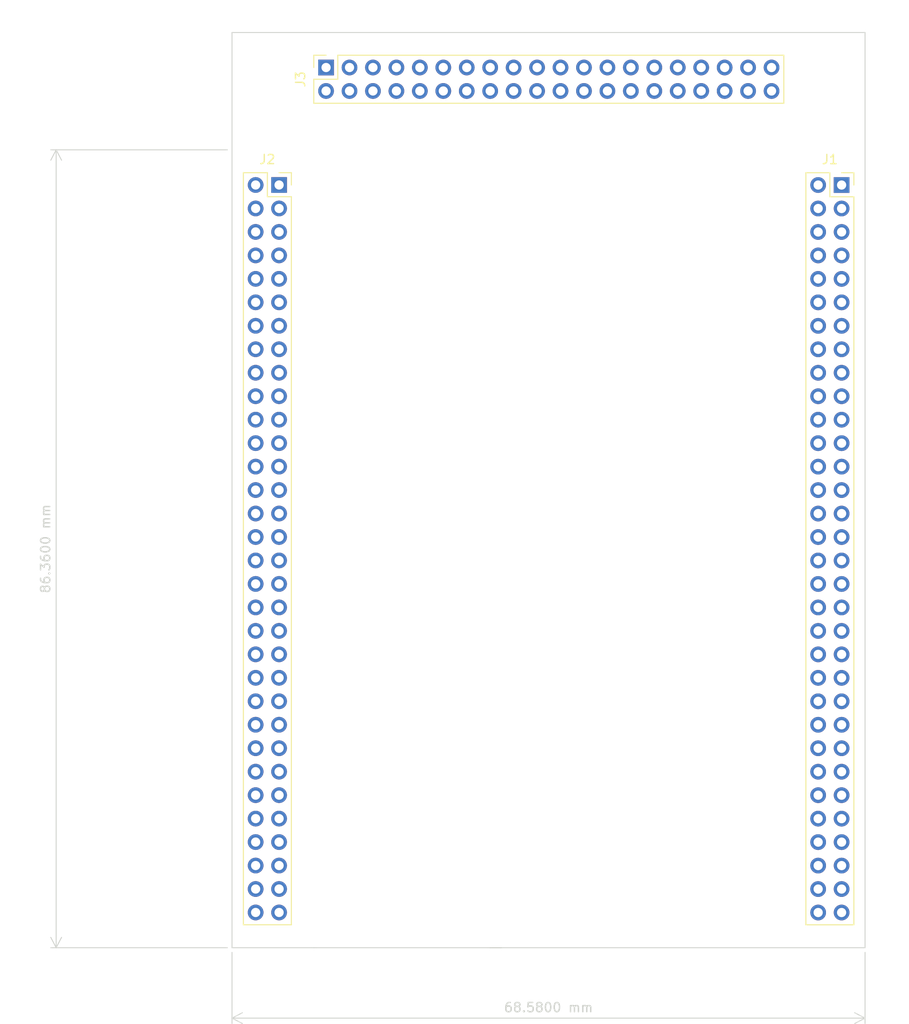
<source format=kicad_pcb>
(kicad_pcb (version 20211014) (generator pcbnew)
  (layers (0 "F.Cu" signal) (31 "B.Cu" signal) (34 "B.Paste" user) (35 "F.Paste" user) (36 "B.SilkS" user "B.Silkscreen") (37 "F.SilkS" user "F.Silkscreen") (38 "B.Mask" user) (39 "F.Mask" user) (44 "Edge.Cuts" user))
  (net 0 "")
  (footprint "Connector_PinSocket_2.54mm:PinSocket_2x20_P2.54mm_Vertical" (layer "F.Cu") (at 134.65 54.59 90)
    (fp_text reference "J3" (at -1.27 -2.77 90) (layer "F.SilkS"))
    (fp_text value "Conn_02x20_Odd_Even")
    (fp_line (start -3.87 49.59) (end 1.33 49.59) (layer "F.SilkS") (width 0.12))
    (fp_line (start 1.33 -1.33) (end 1.33 0) (layer "F.SilkS") (width 0.12))
    (fp_line (start 0 -1.33) (end 1.33 -1.33) (layer "F.SilkS") (width 0.12))
    (fp_line (start -3.87 -1.33) (end -1.27 -1.33) (layer "F.SilkS") (width 0.12))
    (fp_line (start 1.33 1.27) (end 1.33 49.59) (layer "F.SilkS") (width 0.12))
    (fp_line (start -1.27 -1.33) (end -1.27 1.27) (layer "F.SilkS") (width 0.12))
    (fp_line (start -3.87 -1.33) (end -3.87 49.59) (layer "F.SilkS") (width 0.12))
    (fp_line (start -1.27 1.27) (end 1.33 1.27) (layer "F.SilkS") (width 0.12))
    (pad "1" thru_hole rect (at 0 0 90) (size 1.7 1.7) (drill 1) (layers *.Cu *.Mask))
    (pad "2" thru_hole oval (at -2.54 0 90) (size 1.7 1.7) (drill 1) (layers *.Cu *.Mask))
    (pad "3" thru_hole oval (at 0 2.54 90) (size 1.7 1.7) (drill 1) (layers *.Cu *.Mask))
    (pad "4" thru_hole oval (at -2.54 2.54 90) (size 1.7 1.7) (drill 1) (layers *.Cu *.Mask))
    (pad "5" thru_hole oval (at 0 5.08 90) (size 1.7 1.7) (drill 1) (layers *.Cu *.Mask))
    (pad "6" thru_hole oval (at -2.54 5.08 90) (size 1.7 1.7) (drill 1) (layers *.Cu *.Mask))
    (pad "7" thru_hole oval (at 0 7.62 90) (size 1.7 1.7) (drill 1) (layers *.Cu *.Mask))
    (pad "8" thru_hole oval (at -2.54 7.62 90) (size 1.7 1.7) (drill 1) (layers *.Cu *.Mask))
    (pad "9" thru_hole oval (at 0 10.16 90) (size 1.7 1.7) (drill 1) (layers *.Cu *.Mask))
    (pad "10" thru_hole oval (at -2.54 10.16 90) (size 1.7 1.7) (drill 1) (layers *.Cu *.Mask))
    (pad "11" thru_hole oval (at 0 12.7 90) (size 1.7 1.7) (drill 1) (layers *.Cu *.Mask))
    (pad "12" thru_hole oval (at -2.54 12.7 90) (size 1.7 1.7) (drill 1) (layers *.Cu *.Mask))
    (pad "13" thru_hole oval (at 0 15.24 90) (size 1.7 1.7) (drill 1) (layers *.Cu *.Mask))
    (pad "14" thru_hole oval (at -2.54 15.24 90) (size 1.7 1.7) (drill 1) (layers *.Cu *.Mask))
    (pad "15" thru_hole oval (at 0 17.78 90) (size 1.7 1.7) (drill 1) (layers *.Cu *.Mask))
    (pad "16" thru_hole oval (at -2.54 17.78 90) (size 1.7 1.7) (drill 1) (layers *.Cu *.Mask))
    (pad "17" thru_hole oval (at 0 20.32 90) (size 1.7 1.7) (drill 1) (layers *.Cu *.Mask))
    (pad "18" thru_hole oval (at -2.54 20.32 90) (size 1.7 1.7) (drill 1) (layers *.Cu *.Mask))
    (pad "19" thru_hole oval (at 0 22.86 90) (size 1.7 1.7) (drill 1) (layers *.Cu *.Mask))
    (pad "20" thru_hole oval (at -2.54 22.86 90) (size 1.7 1.7) (drill 1) (layers *.Cu *.Mask))
    (pad "21" thru_hole oval (at 0 25.4 90) (size 1.7 1.7) (drill 1) (layers *.Cu *.Mask))
    (pad "22" thru_hole oval (at -2.54 25.4 90) (size 1.7 1.7) (drill 1) (layers *.Cu *.Mask))
    (pad "23" thru_hole oval (at 0 27.94 90) (size 1.7 1.7) (drill 1) (layers *.Cu *.Mask))
    (pad "24" thru_hole oval (at -2.54 27.94 90) (size 1.7 1.7) (drill 1) (layers *.Cu *.Mask))
    (pad "25" thru_hole oval (at 0 30.48 90) (size 1.7 1.7) (drill 1) (layers *.Cu *.Mask))
    (pad "26" thru_hole oval (at -2.54 30.48 90) (size 1.7 1.7) (drill 1) (layers *.Cu *.Mask))
    (pad "27" thru_hole oval (at 0 33.02 90) (size 1.7 1.7) (drill 1) (layers *.Cu *.Mask))
    (pad "28" thru_hole oval (at -2.54 33.02 90) (size 1.7 1.7) (drill 1) (layers *.Cu *.Mask))
    (pad "29" thru_hole oval (at 0 35.56 90) (size 1.7 1.7) (drill 1) (layers *.Cu *.Mask))
    (pad "30" thru_hole oval (at -2.54 35.56 90) (size 1.7 1.7) (drill 1) (layers *.Cu *.Mask))
    (pad "31" thru_hole oval (at 0 38.1 90) (size 1.7 1.7) (drill 1) (layers *.Cu *.Mask))
    (pad "32" thru_hole oval (at -2.54 38.1 90) (size 1.7 1.7) (drill 1) (layers *.Cu *.Mask))
    (pad "33" thru_hole oval (at 0 40.64 90) (size 1.7 1.7) (drill 1) (layers *.Cu *.Mask))
    (pad "34" thru_hole oval (at -2.54 40.64 90) (size 1.7 1.7) (drill 1) (layers *.Cu *.Mask))
    (pad "35" thru_hole oval (at 0 43.18 90) (size 1.7 1.7) (drill 1) (layers *.Cu *.Mask))
    (pad "36" thru_hole oval (at -2.54 43.18 90) (size 1.7 1.7) (drill 1) (layers *.Cu *.Mask))
    (pad "37" thru_hole oval (at 0 45.72 90) (size 1.7 1.7) (drill 1) (layers *.Cu *.Mask))
    (pad "38" thru_hole oval (at -2.54 45.72 90) (size 1.7 1.7) (drill 1) (layers *.Cu *.Mask))
    (pad "39" thru_hole oval (at 0 48.26 90) (size 1.7 1.7) (drill 1) (layers *.Cu *.Mask))
    (pad "40" thru_hole oval (at -2.54 48.26 90) (size 1.7 1.7) (drill 1) (layers *.Cu *.Mask))
  )
  (footprint "Connector_PinSocket_2.54mm:PinSocket_2x32_P2.54mm_Vertical" (layer "F.Cu") (at 129.56 67.305)
    (fp_text reference "J2" (at -1.27 -2.77) (layer "F.SilkS"))
    (fp_text value "~")
    (fp_line (start 0 -1.33) (end 1.33 -1.33) (layer "F.SilkS") (width 0.12))
    (fp_line (start -1.27 1.27) (end 1.33 1.27) (layer "F.SilkS") (width 0.12))
    (fp_line (start -3.87 80.07) (end 1.33 80.07) (layer "F.SilkS") (width 0.12))
    (fp_line (start -1.27 -1.33) (end -1.27 1.27) (layer "F.SilkS") (width 0.12))
    (fp_line (start 1.33 -1.33) (end 1.33 0) (layer "F.SilkS") (width 0.12))
    (fp_line (start -3.87 -1.33) (end -1.27 -1.33) (layer "F.SilkS") (width 0.12))
    (fp_line (start 1.33 1.27) (end 1.33 80.07) (layer "F.SilkS") (width 0.12))
    (fp_line (start -3.87 -1.33) (end -3.87 80.07) (layer "F.SilkS") (width 0.12))
    (pad "1" thru_hole rect (at 0 0) (size 1.7 1.7) (drill 1) (layers *.Cu *.Mask))
    (pad "2" thru_hole oval (at -2.54 0) (size 1.7 1.7) (drill 1) (layers *.Cu *.Mask))
    (pad "3" thru_hole oval (at 0 2.54) (size 1.7 1.7) (drill 1) (layers *.Cu *.Mask))
    (pad "4" thru_hole oval (at -2.54 2.54) (size 1.7 1.7) (drill 1) (layers *.Cu *.Mask))
    (pad "5" thru_hole oval (at 0 5.08) (size 1.7 1.7) (drill 1) (layers *.Cu *.Mask))
    (pad "6" thru_hole oval (at -2.54 5.08) (size 1.7 1.7) (drill 1) (layers *.Cu *.Mask))
    (pad "7" thru_hole oval (at 0 7.62) (size 1.7 1.7) (drill 1) (layers *.Cu *.Mask))
    (pad "8" thru_hole oval (at -2.54 7.62) (size 1.7 1.7) (drill 1) (layers *.Cu *.Mask))
    (pad "9" thru_hole oval (at 0 10.16) (size 1.7 1.7) (drill 1) (layers *.Cu *.Mask))
    (pad "10" thru_hole oval (at -2.54 10.16) (size 1.7 1.7) (drill 1) (layers *.Cu *.Mask))
    (pad "11" thru_hole oval (at 0 12.7) (size 1.7 1.7) (drill 1) (layers *.Cu *.Mask))
    (pad "12" thru_hole oval (at -2.54 12.7) (size 1.7 1.7) (drill 1) (layers *.Cu *.Mask))
    (pad "13" thru_hole oval (at 0 15.24) (size 1.7 1.7) (drill 1) (layers *.Cu *.Mask))
    (pad "14" thru_hole oval (at -2.54 15.24) (size 1.7 1.7) (drill 1) (layers *.Cu *.Mask))
    (pad "15" thru_hole oval (at 0 17.78) (size 1.7 1.7) (drill 1) (layers *.Cu *.Mask))
    (pad "16" thru_hole oval (at -2.54 17.78) (size 1.7 1.7) (drill 1) (layers *.Cu *.Mask))
    (pad "17" thru_hole oval (at 0 20.32) (size 1.7 1.7) (drill 1) (layers *.Cu *.Mask))
    (pad "18" thru_hole oval (at -2.54 20.32) (size 1.7 1.7) (drill 1) (layers *.Cu *.Mask))
    (pad "19" thru_hole oval (at 0 22.86) (size 1.7 1.7) (drill 1) (layers *.Cu *.Mask))
    (pad "20" thru_hole oval (at -2.54 22.86) (size 1.7 1.7) (drill 1) (layers *.Cu *.Mask))
    (pad "21" thru_hole oval (at 0 25.4) (size 1.7 1.7) (drill 1) (layers *.Cu *.Mask))
    (pad "22" thru_hole oval (at -2.54 25.4) (size 1.7 1.7) (drill 1) (layers *.Cu *.Mask))
    (pad "23" thru_hole oval (at 0 27.94) (size 1.7 1.7) (drill 1) (layers *.Cu *.Mask))
    (pad "24" thru_hole oval (at -2.54 27.94) (size 1.7 1.7) (drill 1) (layers *.Cu *.Mask))
    (pad "25" thru_hole oval (at 0 30.48) (size 1.7 1.7) (drill 1) (layers *.Cu *.Mask))
    (pad "26" thru_hole oval (at -2.54 30.48) (size 1.7 1.7) (drill 1) (layers *.Cu *.Mask))
    (pad "27" thru_hole oval (at 0 33.02) (size 1.7 1.7) (drill 1) (layers *.Cu *.Mask))
    (pad "28" thru_hole oval (at -2.54 33.02) (size 1.7 1.7) (drill 1) (layers *.Cu *.Mask))
    (pad "29" thru_hole oval (at 0 35.56) (size 1.7 1.7) (drill 1) (layers *.Cu *.Mask))
    (pad "30" thru_hole oval (at -2.54 35.56) (size 1.7 1.7) (drill 1) (layers *.Cu *.Mask))
    (pad "31" thru_hole oval (at 0 38.1) (size 1.7 1.7) (drill 1) (layers *.Cu *.Mask))
    (pad "32" thru_hole oval (at -2.54 38.1) (size 1.7 1.7) (drill 1) (layers *.Cu *.Mask))
    (pad "33" thru_hole oval (at 0 40.64) (size 1.7 1.7) (drill 1) (layers *.Cu *.Mask))
    (pad "34" thru_hole oval (at -2.54 40.64) (size 1.7 1.7) (drill 1) (layers *.Cu *.Mask))
    (pad "35" thru_hole oval (at 0 43.18) (size 1.7 1.7) (drill 1) (layers *.Cu *.Mask))
    (pad "36" thru_hole oval (at -2.54 43.18) (size 1.7 1.7) (drill 1) (layers *.Cu *.Mask))
    (pad "37" thru_hole oval (at 0 45.72) (size 1.7 1.7) (drill 1) (layers *.Cu *.Mask))
    (pad "38" thru_hole oval (at -2.54 45.72) (size 1.7 1.7) (drill 1) (layers *.Cu *.Mask))
    (pad "39" thru_hole oval (at 0 48.26) (size 1.7 1.7) (drill 1) (layers *.Cu *.Mask))
    (pad "40" thru_hole oval (at -2.54 48.26) (size 1.7 1.7) (drill 1) (layers *.Cu *.Mask))
    (pad "41" thru_hole oval (at 0 50.8) (size 1.7 1.7) (drill 1) (layers *.Cu *.Mask))
    (pad "42" thru_hole oval (at -2.54 50.8) (size 1.7 1.7) (drill 1) (layers *.Cu *.Mask))
    (pad "43" thru_hole oval (at 0 53.34) (size 1.7 1.7) (drill 1) (layers *.Cu *.Mask))
    (pad "44" thru_hole oval (at -2.54 53.34) (size 1.7 1.7) (drill 1) (layers *.Cu *.Mask))
    (pad "45" thru_hole oval (at 0 55.88) (size 1.7 1.7) (drill 1) (layers *.Cu *.Mask))
    (pad "46" thru_hole oval (at -2.54 55.88) (size 1.7 1.7) (drill 1) (layers *.Cu *.Mask))
    (pad "47" thru_hole oval (at 0 58.42) (size 1.7 1.7) (drill 1) (layers *.Cu *.Mask))
    (pad "48" thru_hole oval (at -2.54 58.42) (size 1.7 1.7) (drill 1) (layers *.Cu *.Mask))
    (pad "49" thru_hole oval (at 0 60.96) (size 1.7 1.7) (drill 1) (layers *.Cu *.Mask))
    (pad "50" thru_hole oval (at -2.54 60.96) (size 1.7 1.7) (drill 1) (layers *.Cu *.Mask))
    (pad "51" thru_hole oval (at 0 63.5) (size 1.7 1.7) (drill 1) (layers *.Cu *.Mask))
    (pad "52" thru_hole oval (at -2.54 63.5) (size 1.7 1.7) (drill 1) (layers *.Cu *.Mask))
    (pad "53" thru_hole oval (at 0 66.04) (size 1.7 1.7) (drill 1) (layers *.Cu *.Mask))
    (pad "54" thru_hole oval (at -2.54 66.04) (size 1.7 1.7) (drill 1) (layers *.Cu *.Mask))
    (pad "55" thru_hole oval (at 0 68.58) (size 1.7 1.7) (drill 1) (layers *.Cu *.Mask))
    (pad "56" thru_hole oval (at -2.54 68.58) (size 1.7 1.7) (drill 1) (layers *.Cu *.Mask))
    (pad "57" thru_hole oval (at 0 71.12) (size 1.7 1.7) (drill 1) (layers *.Cu *.Mask))
    (pad "58" thru_hole oval (at -2.54 71.12) (size 1.7 1.7) (drill 1) (layers *.Cu *.Mask))
    (pad "59" thru_hole oval (at 0 73.66) (size 1.7 1.7) (drill 1) (layers *.Cu *.Mask))
    (pad "60" thru_hole oval (at -2.54 73.66) (size 1.7 1.7) (drill 1) (layers *.Cu *.Mask))
    (pad "61" thru_hole oval (at 0 76.2) (size 1.7 1.7) (drill 1) (layers *.Cu *.Mask))
    (pad "62" thru_hole oval (at -2.54 76.2) (size 1.7 1.7) (drill 1) (layers *.Cu *.Mask))
    (pad "63" thru_hole oval (at 0 78.74) (size 1.7 1.7) (drill 1) (layers *.Cu *.Mask))
    (pad "64" thru_hole oval (at -2.54 78.74) (size 1.7 1.7) (drill 1) (layers *.Cu *.Mask))
  )
  (footprint "Connector_PinSocket_2.54mm:PinSocket_2x32_P2.54mm_Vertical" (layer "F.Cu") (at 190.5 67.31)
    (fp_text reference "J1" (at -1.27 -2.77) (layer "F.SilkS"))
    (fp_text value "Conn_02x32_Odd_Even")
    (fp_line (start -3.87 80.07) (end 1.33 80.07) (layer "F.SilkS") (width 0.12))
    (fp_line (start -3.87 -1.33) (end -3.87 80.07) (layer "F.SilkS") (width 0.12))
    (fp_line (start -3.87 -1.33) (end -1.27 -1.33) (layer "F.SilkS") (width 0.12))
    (fp_line (start 1.33 1.27) (end 1.33 80.07) (layer "F.SilkS") (width 0.12))
    (fp_line (start 1.33 -1.33) (end 1.33 0) (layer "F.SilkS") (width 0.12))
    (fp_line (start -1.27 -1.33) (end -1.27 1.27) (layer "F.SilkS") (width 0.12))
    (fp_line (start -1.27 1.27) (end 1.33 1.27) (layer "F.SilkS") (width 0.12))
    (fp_line (start 0 -1.33) (end 1.33 -1.33) (layer "F.SilkS") (width 0.12))
    (pad "1" thru_hole rect (at 0 0) (size 1.7 1.7) (drill 1) (layers *.Cu *.Mask))
    (pad "2" thru_hole oval (at -2.54 0) (size 1.7 1.7) (drill 1) (layers *.Cu *.Mask))
    (pad "3" thru_hole oval (at 0 2.54) (size 1.7 1.7) (drill 1) (layers *.Cu *.Mask))
    (pad "4" thru_hole oval (at -2.54 2.54) (size 1.7 1.7) (drill 1) (layers *.Cu *.Mask))
    (pad "5" thru_hole oval (at 0 5.08) (size 1.7 1.7) (drill 1) (layers *.Cu *.Mask))
    (pad "6" thru_hole oval (at -2.54 5.08) (size 1.7 1.7) (drill 1) (layers *.Cu *.Mask))
    (pad "7" thru_hole oval (at 0 7.62) (size 1.7 1.7) (drill 1) (layers *.Cu *.Mask))
    (pad "8" thru_hole oval (at -2.54 7.62) (size 1.7 1.7) (drill 1) (layers *.Cu *.Mask))
    (pad "9" thru_hole oval (at 0 10.16) (size 1.7 1.7) (drill 1) (layers *.Cu *.Mask))
    (pad "10" thru_hole oval (at -2.54 10.16) (size 1.7 1.7) (drill 1) (layers *.Cu *.Mask))
    (pad "11" thru_hole oval (at 0 12.7) (size 1.7 1.7) (drill 1) (layers *.Cu *.Mask))
    (pad "12" thru_hole oval (at -2.54 12.7) (size 1.7 1.7) (drill 1) (layers *.Cu *.Mask))
    (pad "13" thru_hole oval (at 0 15.24) (size 1.7 1.7) (drill 1) (layers *.Cu *.Mask))
    (pad "14" thru_hole oval (at -2.54 15.24) (size 1.7 1.7) (drill 1) (layers *.Cu *.Mask))
    (pad "15" thru_hole oval (at 0 17.78) (size 1.7 1.7) (drill 1) (layers *.Cu *.Mask))
    (pad "16" thru_hole oval (at -2.54 17.78) (size 1.7 1.7) (drill 1) (layers *.Cu *.Mask))
    (pad "17" thru_hole oval (at 0 20.32) (size 1.7 1.7) (drill 1) (layers *.Cu *.Mask))
    (pad "18" thru_hole oval (at -2.54 20.32) (size 1.7 1.7) (drill 1) (layers *.Cu *.Mask))
    (pad "19" thru_hole oval (at 0 22.86) (size 1.7 1.7) (drill 1) (layers *.Cu *.Mask))
    (pad "20" thru_hole oval (at -2.54 22.86) (size 1.7 1.7) (drill 1) (layers *.Cu *.Mask))
    (pad "21" thru_hole oval (at 0 25.4) (size 1.7 1.7) (drill 1) (layers *.Cu *.Mask))
    (pad "22" thru_hole oval (at -2.54 25.4) (size 1.7 1.7) (drill 1) (layers *.Cu *.Mask))
    (pad "23" thru_hole oval (at 0 27.94) (size 1.7 1.7) (drill 1) (layers *.Cu *.Mask))
    (pad "24" thru_hole oval (at -2.54 27.94) (size 1.7 1.7) (drill 1) (layers *.Cu *.Mask))
    (pad "25" thru_hole oval (at 0 30.48) (size 1.7 1.7) (drill 1) (layers *.Cu *.Mask))
    (pad "26" thru_hole oval (at -2.54 30.48) (size 1.7 1.7) (drill 1) (layers *.Cu *.Mask))
    (pad "27" thru_hole oval (at 0 33.02) (size 1.7 1.7) (drill 1) (layers *.Cu *.Mask))
    (pad "28" thru_hole oval (at -2.54 33.02) (size 1.7 1.7) (drill 1) (layers *.Cu *.Mask))
    (pad "29" thru_hole oval (at 0 35.56) (size 1.7 1.7) (drill 1) (layers *.Cu *.Mask))
    (pad "30" thru_hole oval (at -2.54 35.56) (size 1.7 1.7) (drill 1) (layers *.Cu *.Mask))
    (pad "31" thru_hole oval (at 0 38.1) (size 1.7 1.7) (drill 1) (layers *.Cu *.Mask))
    (pad "32" thru_hole oval (at -2.54 38.1) (size 1.7 1.7) (drill 1) (layers *.Cu *.Mask))
    (pad "33" thru_hole oval (at 0 40.64) (size 1.7 1.7) (drill 1) (layers *.Cu *.Mask))
    (pad "34" thru_hole oval (at -2.54 40.64) (size 1.7 1.7) (drill 1) (layers *.Cu *.Mask))
    (pad "35" thru_hole oval (at 0 43.18) (size 1.7 1.7) (drill 1) (layers *.Cu *.Mask))
    (pad "36" thru_hole oval (at -2.54 43.18) (size 1.7 1.7) (drill 1) (layers *.Cu *.Mask))
    (pad "37" thru_hole oval (at 0 45.72) (size 1.7 1.7) (drill 1) (layers *.Cu *.Mask))
    (pad "38" thru_hole oval (at -2.54 45.72) (size 1.7 1.7) (drill 1) (layers *.Cu *.Mask))
    (pad "39" thru_hole oval (at 0 48.26) (size 1.7 1.7) (drill 1) (layers *.Cu *.Mask))
    (pad "40" thru_hole oval (at -2.54 48.26) (size 1.7 1.7) (drill 1) (layers *.Cu *.Mask))
    (pad "41" thru_hole oval (at 0 50.8) (size 1.7 1.7) (drill 1) (layers *.Cu *.Mask))
    (pad "42" thru_hole oval (at -2.54 50.8) (size 1.7 1.7) (drill 1) (layers *.Cu *.Mask))
    (pad "43" thru_hole oval (at 0 53.34) (size 1.7 1.7) (drill 1) (layers *.Cu *.Mask))
    (pad "44" thru_hole oval (at -2.54 53.34) (size 1.7 1.7) (drill 1) (layers *.Cu *.Mask))
    (pad "45" thru_hole oval (at 0 55.88) (size 1.7 1.7) (drill 1) (layers *.Cu *.Mask))
    (pad "46" thru_hole oval (at -2.54 55.88) (size 1.7 1.7) (drill 1) (layers *.Cu *.Mask))
    (pad "47" thru_hole oval (at 0 58.42) (size 1.7 1.7) (drill 1) (layers *.Cu *.Mask))
    (pad "48" thru_hole oval (at -2.54 58.42) (size 1.7 1.7) (drill 1) (layers *.Cu *.Mask))
    (pad "49" thru_hole oval (at 0 60.96) (size 1.7 1.7) (drill 1) (layers *.Cu *.Mask))
    (pad "50" thru_hole oval (at -2.54 60.96) (size 1.7 1.7) (drill 1) (layers *.Cu *.Mask))
    (pad "51" thru_hole oval (at 0 63.5) (size 1.7 1.7) (drill 1) (layers *.Cu *.Mask))
    (pad "52" thru_hole oval (at -2.54 63.5) (size 1.7 1.7) (drill 1) (layers *.Cu *.Mask))
    (pad "53" thru_hole oval (at 0 66.04) (size 1.7 1.7) (drill 1) (layers *.Cu *.Mask))
    (pad "54" thru_hole oval (at -2.54 66.04) (size 1.7 1.7) (drill 1) (layers *.Cu *.Mask))
    (pad "55" thru_hole oval (at 0 68.58) (size 1.7 1.7) (drill 1) (layers *.Cu *.Mask))
    (pad "56" thru_hole oval (at -2.54 68.58) (size 1.7 1.7) (drill 1) (layers *.Cu *.Mask))
    (pad "57" thru_hole oval (at 0 71.12) (size 1.7 1.7) (drill 1) (layers *.Cu *.Mask))
    (pad "58" thru_hole oval (at -2.54 71.12) (size 1.7 1.7) (drill 1) (layers *.Cu *.Mask))
    (pad "59" thru_hole oval (at 0 73.66) (size 1.7 1.7) (drill 1) (layers *.Cu *.Mask))
    (pad "60" thru_hole oval (at -2.54 73.66) (size 1.7 1.7) (drill 1) (layers *.Cu *.Mask))
    (pad "61" thru_hole oval (at 0 76.2) (size 1.7 1.7) (drill 1) (layers *.Cu *.Mask))
    (pad "62" thru_hole oval (at -2.54 76.2) (size 1.7 1.7) (drill 1) (layers *.Cu *.Mask))
    (pad "63" thru_hole oval (at 0 78.74) (size 1.7 1.7) (drill 1) (layers *.Cu *.Mask))
    (pad "64" thru_hole oval (at -2.54 78.74) (size 1.7 1.7) (drill 1) (layers *.Cu *.Mask))
  )
  (gr_line (start 193.04 149.86) (end 193.04 50.8) (layer "Edge.Cuts") (width 0.1))
  (gr_line (start 193.04 50.8) (end 124.46 50.8) (layer "Edge.Cuts") (width 0.1))
  (gr_line (start 124.46 50.8) (end 124.46 149.86) (layer "Edge.Cuts") (width 0.1))
  (gr_line (start 133.35 149.86) (end 124.46 149.86) (layer "Edge.Cuts") (width 0.1))
  (gr_line (start 152.4 149.86) (end 193.04 149.86) (layer "Edge.Cuts") (width 0.1))
  (gr_line (start 133.35 149.86) (end 153.67 149.86) (layer "Edge.Cuts") (width 0.1))
  (dimension (type aligned) (layer "Edge.Cuts") (pts (xy 124.46 149.86) (xy 193.04 149.86)) (height 7.619999) (gr_text "68.5800 mm" (at 158.75 156.329999) (layer "Edge.Cuts") (effects (font (size 1 1) (thickness 0.15)))) (format (units 3) (units_format 1) (precision 4)) (style (thickness 0.1) (arrow_length 1.27) (text_position_mode 0) (extension_height 0.58642) (extension_offset 0.5) keep_text_aligned))
  (dimension (type aligned) (layer "Edge.Cuts") (pts (xy 124.46 149.86) (xy 124.46 63.5)) (height -19.05) (gr_text "86.3600 mm" (at 104.26 106.68 90) (layer "Edge.Cuts") (effects (font (size 1 1) (thickness 0.15)))) (format (units 3) (units_format 1) (precision 4)) (style (thickness 0.1) (arrow_length 1.27) (text_position_mode 0) (extension_height 0.58642) (extension_offset 0.5) keep_text_aligned))
)
</source>
